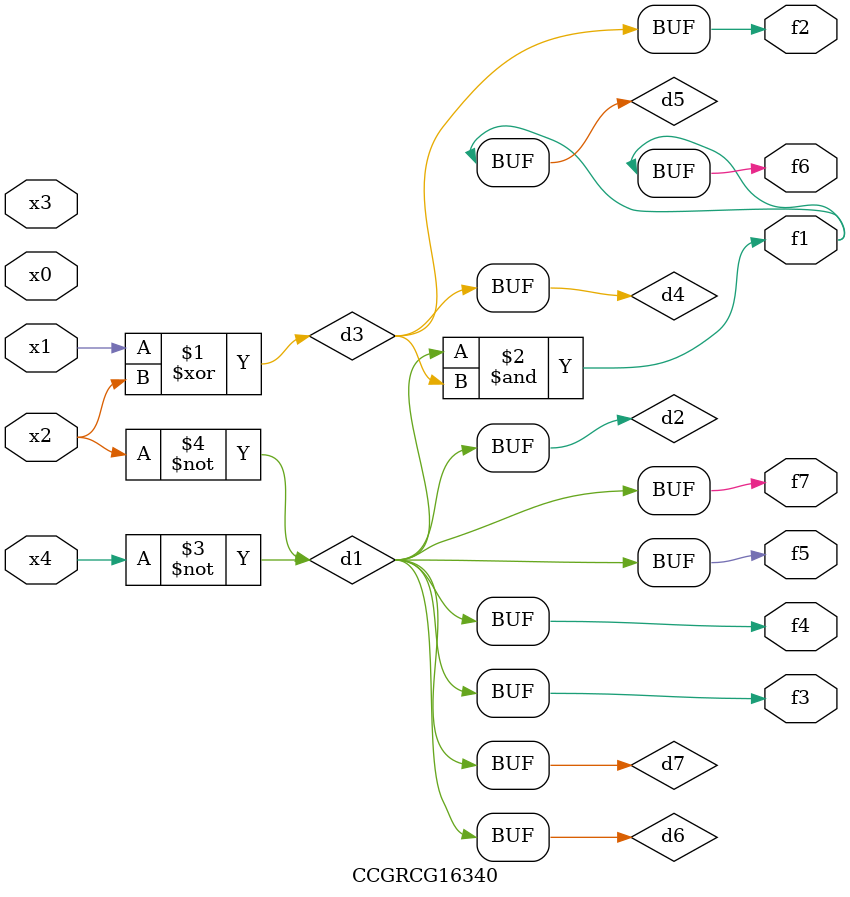
<source format=v>
module CCGRCG16340(
	input x0, x1, x2, x3, x4,
	output f1, f2, f3, f4, f5, f6, f7
);

	wire d1, d2, d3, d4, d5, d6, d7;

	not (d1, x4);
	not (d2, x2);
	xor (d3, x1, x2);
	buf (d4, d3);
	and (d5, d1, d3);
	buf (d6, d1, d2);
	buf (d7, d2);
	assign f1 = d5;
	assign f2 = d4;
	assign f3 = d7;
	assign f4 = d7;
	assign f5 = d7;
	assign f6 = d5;
	assign f7 = d7;
endmodule

</source>
